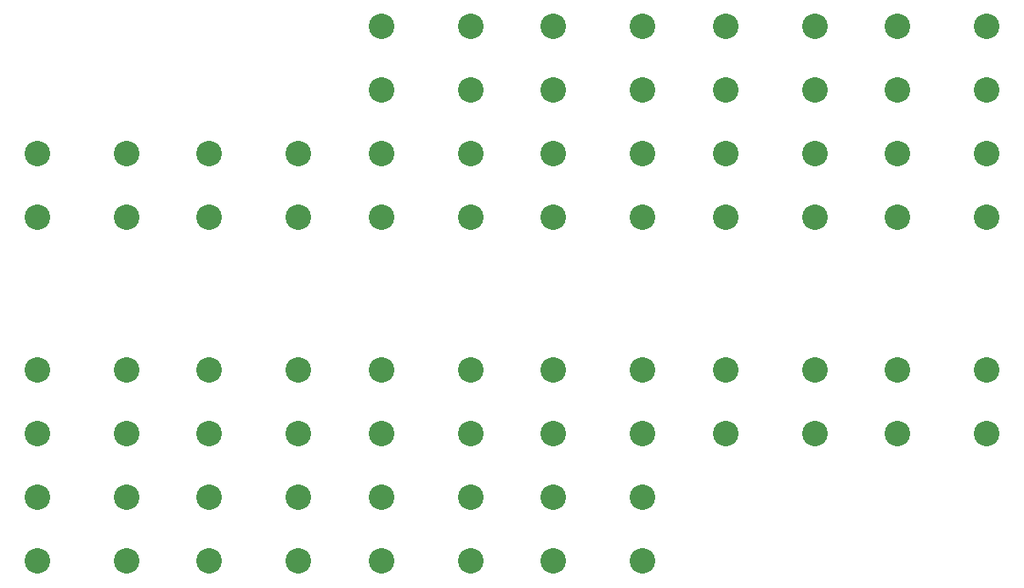
<source format=gbr>
%TF.GenerationSoftware,KiCad,Pcbnew,8.0.6-8.0.6-0~ubuntu24.04.1*%
%TF.CreationDate,2024-10-24T14:27:09-04:00*%
%TF.ProjectId,panel,70616e65-6c2e-46b6-9963-61645f706362,rev?*%
%TF.SameCoordinates,Original*%
%TF.FileFunction,Copper,L2,Bot*%
%TF.FilePolarity,Positive*%
%FSLAX46Y46*%
G04 Gerber Fmt 4.6, Leading zero omitted, Abs format (unit mm)*
G04 Created by KiCad (PCBNEW 8.0.6-8.0.6-0~ubuntu24.04.1) date 2024-10-24 14:27:09*
%MOMM*%
%LPD*%
G01*
G04 APERTURE LIST*
%TA.AperFunction,ComponentPad*%
%ADD10C,2.540000*%
%TD*%
G04 APERTURE END LIST*
D10*
%TO.P,J7,1,Pin_1*%
%TO.N,Net-(J7-Pin_1)*%
X106680000Y-38735000D03*
%TD*%
%TO.P,J6,1,Pin_1*%
%TO.N,Net-(J5-Pin_1)*%
X115570000Y-45085000D03*
%TD*%
%TO.P,J1,1,Pin_1*%
%TO.N,Net-(J1-Pin_1)*%
X106680000Y-57785000D03*
%TD*%
%TO.P,J12,1,Pin_1*%
%TO.N,Net-(J11-Pin_1)*%
X64135000Y-51435000D03*
%TD*%
%TO.P,J5,1,Pin_1*%
%TO.N,Net-(J5-Pin_1)*%
X106680000Y-45085000D03*
%TD*%
%TO.P,J4,1,Pin_1*%
%TO.N,Net-(J3-Pin_1)*%
X115570000Y-51435000D03*
%TD*%
%TO.P,J3,1,Pin_1*%
%TO.N,Net-(J3-Pin_1)*%
X106680000Y-51435000D03*
%TD*%
%TO.P,J7,1,Pin_1*%
%TO.N,Net-(J7-Pin_1)*%
X140970000Y-38735000D03*
%TD*%
%TO.P,J6,1,Pin_1*%
%TO.N,Net-(J5-Pin_1)*%
X149860000Y-45085000D03*
%TD*%
%TO.P,J1,1,Pin_1*%
%TO.N,Net-(J1-Pin_1)*%
X140970000Y-57785000D03*
%TD*%
%TO.P,J5,1,Pin_1*%
%TO.N,Net-(J5-Pin_1)*%
X140970000Y-45085000D03*
%TD*%
%TO.P,J8,1,Pin_1*%
%TO.N,Net-(J7-Pin_1)*%
X115570000Y-38735000D03*
%TD*%
%TO.P,J2,1,Pin_1*%
%TO.N,Net-(J1-Pin_1)*%
X115570000Y-57785000D03*
%TD*%
%TO.P,J11,1,Pin_1*%
%TO.N,Net-(J11-Pin_1)*%
X55245000Y-51435000D03*
%TD*%
%TO.P,J10,1,Pin_1*%
%TO.N,Net-(J10-Pin_1)*%
X64135000Y-57785000D03*
%TD*%
%TO.P,J9,1,Pin_1*%
%TO.N,Net-(J10-Pin_1)*%
X55245000Y-57785000D03*
%TD*%
%TO.P,J12,1,Pin_1*%
%TO.N,Net-(J11-Pin_1)*%
X81280000Y-51435000D03*
%TD*%
%TO.P,J1,1,Pin_1*%
%TO.N,Net-(J1-Pin_1)*%
X89535000Y-57785000D03*
%TD*%
%TO.P,J7,1,Pin_1*%
%TO.N,Net-(J7-Pin_1)*%
X89535000Y-38735000D03*
%TD*%
%TO.P,J6,1,Pin_1*%
%TO.N,Net-(J5-Pin_1)*%
X98425000Y-45085000D03*
%TD*%
%TO.P,J11,1,Pin_1*%
%TO.N,Net-(J11-Pin_1)*%
X72390000Y-51435000D03*
%TD*%
%TO.P,J10,1,Pin_1*%
%TO.N,Net-(J10-Pin_1)*%
X81280000Y-57785000D03*
%TD*%
%TO.P,J4,1,Pin_1*%
%TO.N,Net-(J3-Pin_1)*%
X98425000Y-51435000D03*
%TD*%
%TO.P,J9,1,Pin_1*%
%TO.N,Net-(J10-Pin_1)*%
X72390000Y-57785000D03*
%TD*%
%TO.P,J8,1,Pin_1*%
%TO.N,Net-(J7-Pin_1)*%
X98425000Y-38735000D03*
%TD*%
%TO.P,J2,1,Pin_1*%
%TO.N,Net-(J1-Pin_1)*%
X98425000Y-57785000D03*
%TD*%
%TO.P,J3,1,Pin_1*%
%TO.N,Net-(J3-Pin_1)*%
X89535000Y-51435000D03*
%TD*%
%TO.P,J5,1,Pin_1*%
%TO.N,Net-(J5-Pin_1)*%
X89535000Y-45085000D03*
%TD*%
%TO.P,J4,1,Pin_1*%
%TO.N,Net-(J3-Pin_1)*%
X149860000Y-51435000D03*
%TD*%
%TO.P,J3,1,Pin_1*%
%TO.N,Net-(J3-Pin_1)*%
X140970000Y-51435000D03*
%TD*%
%TO.P,J8,1,Pin_1*%
%TO.N,Net-(J7-Pin_1)*%
X149860000Y-38735000D03*
%TD*%
%TO.P,J2,1,Pin_1*%
%TO.N,Net-(J1-Pin_1)*%
X149860000Y-57785000D03*
%TD*%
%TO.P,J1,1,Pin_1*%
%TO.N,Net-(J1-Pin_1)*%
X123825000Y-57785000D03*
%TD*%
%TO.P,J7,1,Pin_1*%
%TO.N,Net-(J7-Pin_1)*%
X123825000Y-38735000D03*
%TD*%
%TO.P,J6,1,Pin_1*%
%TO.N,Net-(J5-Pin_1)*%
X132715000Y-45085000D03*
%TD*%
%TO.P,J4,1,Pin_1*%
%TO.N,Net-(J3-Pin_1)*%
X132715000Y-51435000D03*
%TD*%
%TO.P,J8,1,Pin_1*%
%TO.N,Net-(J7-Pin_1)*%
X132715000Y-38735000D03*
%TD*%
%TO.P,J2,1,Pin_1*%
%TO.N,Net-(J1-Pin_1)*%
X132715000Y-57785000D03*
%TD*%
%TO.P,J3,1,Pin_1*%
%TO.N,Net-(J3-Pin_1)*%
X123825000Y-51435000D03*
%TD*%
%TO.P,J5,1,Pin_1*%
%TO.N,Net-(J5-Pin_1)*%
X123825000Y-45085000D03*
%TD*%
%TO.P,J7,1,Pin_1*%
%TO.N,Net-(J7-Pin_1)*%
X64135000Y-92075000D03*
%TD*%
%TO.P,J6,1,Pin_1*%
%TO.N,Net-(J5-Pin_1)*%
X55245000Y-85725000D03*
%TD*%
%TO.P,J1,1,Pin_1*%
%TO.N,Net-(J1-Pin_1)*%
X64135000Y-73025000D03*
%TD*%
%TO.P,J5,1,Pin_1*%
%TO.N,Net-(J5-Pin_1)*%
X64135000Y-85725000D03*
%TD*%
%TO.P,J4,1,Pin_1*%
%TO.N,Net-(J3-Pin_1)*%
X55245000Y-79375000D03*
%TD*%
%TO.P,J3,1,Pin_1*%
%TO.N,Net-(J3-Pin_1)*%
X64135000Y-79375000D03*
%TD*%
%TO.P,J8,1,Pin_1*%
%TO.N,Net-(J7-Pin_1)*%
X55245000Y-92075000D03*
%TD*%
%TO.P,J2,1,Pin_1*%
%TO.N,Net-(J1-Pin_1)*%
X55245000Y-73025000D03*
%TD*%
%TO.P,J1,1,Pin_1*%
%TO.N,Net-(J1-Pin_1)*%
X81280000Y-73025000D03*
%TD*%
%TO.P,J7,1,Pin_1*%
%TO.N,Net-(J7-Pin_1)*%
X81280000Y-92075000D03*
%TD*%
%TO.P,J6,1,Pin_1*%
%TO.N,Net-(J5-Pin_1)*%
X72390000Y-85725000D03*
%TD*%
%TO.P,J4,1,Pin_1*%
%TO.N,Net-(J3-Pin_1)*%
X72390000Y-79375000D03*
%TD*%
%TO.P,J8,1,Pin_1*%
%TO.N,Net-(J7-Pin_1)*%
X72390000Y-92075000D03*
%TD*%
%TO.P,J2,1,Pin_1*%
%TO.N,Net-(J1-Pin_1)*%
X72390000Y-73025000D03*
%TD*%
%TO.P,J3,1,Pin_1*%
%TO.N,Net-(J3-Pin_1)*%
X81280000Y-79375000D03*
%TD*%
%TO.P,J5,1,Pin_1*%
%TO.N,Net-(J5-Pin_1)*%
X81280000Y-85725000D03*
%TD*%
%TO.P,J1,1,Pin_1*%
%TO.N,Net-(J1-Pin_1)*%
X98425000Y-73025000D03*
%TD*%
%TO.P,J7,1,Pin_1*%
%TO.N,Net-(J7-Pin_1)*%
X98425000Y-92075000D03*
%TD*%
%TO.P,J6,1,Pin_1*%
%TO.N,Net-(J5-Pin_1)*%
X89535000Y-85725000D03*
%TD*%
%TO.P,J4,1,Pin_1*%
%TO.N,Net-(J3-Pin_1)*%
X89535000Y-79375000D03*
%TD*%
%TO.P,J8,1,Pin_1*%
%TO.N,Net-(J7-Pin_1)*%
X89535000Y-92075000D03*
%TD*%
%TO.P,J2,1,Pin_1*%
%TO.N,Net-(J1-Pin_1)*%
X89535000Y-73025000D03*
%TD*%
%TO.P,J3,1,Pin_1*%
%TO.N,Net-(J3-Pin_1)*%
X98425000Y-79375000D03*
%TD*%
%TO.P,J5,1,Pin_1*%
%TO.N,Net-(J5-Pin_1)*%
X98425000Y-85725000D03*
%TD*%
%TO.P,J12,1,Pin_1*%
%TO.N,Net-(J11-Pin_1)*%
X140970000Y-79375000D03*
%TD*%
%TO.P,J11,1,Pin_1*%
%TO.N,Net-(J11-Pin_1)*%
X149860000Y-79375000D03*
%TD*%
%TO.P,J10,1,Pin_1*%
%TO.N,Net-(J10-Pin_1)*%
X140970000Y-73025000D03*
%TD*%
%TO.P,J9,1,Pin_1*%
%TO.N,Net-(J10-Pin_1)*%
X149860000Y-73025000D03*
%TD*%
%TO.P,J9,1,Pin_1*%
%TO.N,Net-(J10-Pin_1)*%
X132715000Y-73025000D03*
%TD*%
%TO.P,J6,1,Pin_1*%
%TO.N,Net-(J5-Pin_1)*%
X106680000Y-85725000D03*
%TD*%
%TO.P,J11,1,Pin_1*%
%TO.N,Net-(J11-Pin_1)*%
X132715000Y-79375000D03*
%TD*%
%TO.P,J5,1,Pin_1*%
%TO.N,Net-(J5-Pin_1)*%
X115570000Y-85725000D03*
%TD*%
%TO.P,J10,1,Pin_1*%
%TO.N,Net-(J10-Pin_1)*%
X123825000Y-73025000D03*
%TD*%
%TO.P,J7,1,Pin_1*%
%TO.N,Net-(J7-Pin_1)*%
X115570000Y-92075000D03*
%TD*%
%TO.P,J3,1,Pin_1*%
%TO.N,Net-(J3-Pin_1)*%
X115570000Y-79375000D03*
%TD*%
%TO.P,J2,1,Pin_1*%
%TO.N,Net-(J1-Pin_1)*%
X106680000Y-73025000D03*
%TD*%
%TO.P,J12,1,Pin_1*%
%TO.N,Net-(J11-Pin_1)*%
X123825000Y-79375000D03*
%TD*%
%TO.P,J1,1,Pin_1*%
%TO.N,Net-(J1-Pin_1)*%
X115570000Y-73025000D03*
%TD*%
%TO.P,J8,1,Pin_1*%
%TO.N,Net-(J7-Pin_1)*%
X106680000Y-92075000D03*
%TD*%
%TO.P,J4,1,Pin_1*%
%TO.N,Net-(J3-Pin_1)*%
X106680000Y-79375000D03*
%TD*%
M02*

</source>
